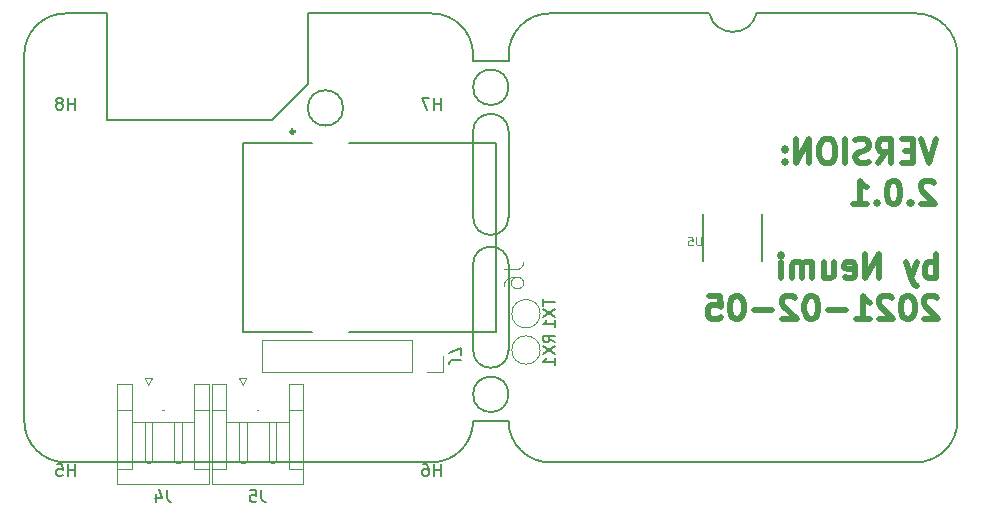
<source format=gbr>
%TF.GenerationSoftware,KiCad,Pcbnew,(5.1.8-0-10_14)*%
%TF.CreationDate,2021-02-08T17:53:51+01:00*%
%TF.ProjectId,ethersweep,65746865-7273-4776-9565-702e6b696361,rev?*%
%TF.SameCoordinates,Original*%
%TF.FileFunction,Legend,Bot*%
%TF.FilePolarity,Positive*%
%FSLAX46Y46*%
G04 Gerber Fmt 4.6, Leading zero omitted, Abs format (unit mm)*
G04 Created by KiCad (PCBNEW (5.1.8-0-10_14)) date 2021-02-08 17:53:51*
%MOMM*%
%LPD*%
G01*
G04 APERTURE LIST*
%TA.AperFunction,Profile*%
%ADD10C,0.150000*%
%TD*%
%ADD11C,0.500000*%
%ADD12C,0.120000*%
%ADD13C,0.127000*%
%ADD14C,0.300000*%
%ADD15C,0.150000*%
%ADD16C,0.015000*%
G04 APERTURE END LIST*
D10*
X163500000Y-98250000D02*
G75*
G02*
X160500000Y-98250000I-1500000J0D01*
G01*
X160500000Y-91000000D02*
G75*
G02*
X163500000Y-91000000I1500000J0D01*
G01*
X163500000Y-98250000D02*
X163500000Y-91000000D01*
X160500000Y-91000000D02*
X160500000Y-98250000D01*
X160500000Y-102250000D02*
G75*
G02*
X163500000Y-102250000I1500000J0D01*
G01*
X160500000Y-102250000D02*
X160500000Y-109500000D01*
X163500000Y-109500000D02*
X163500000Y-102250000D01*
X163500000Y-109500000D02*
G75*
G02*
X160500000Y-109500000I-1500000J0D01*
G01*
X163500000Y-87250000D02*
G75*
G03*
X163500000Y-87250000I-1500000J0D01*
G01*
X163500000Y-113250000D02*
G75*
G03*
X163500000Y-113250000I-1500000J0D01*
G01*
D11*
X199734523Y-91654761D02*
X199067857Y-93654761D01*
X198401190Y-91654761D01*
X197734523Y-92607142D02*
X197067857Y-92607142D01*
X196782142Y-93654761D02*
X197734523Y-93654761D01*
X197734523Y-91654761D01*
X196782142Y-91654761D01*
X194782142Y-93654761D02*
X195448809Y-92702380D01*
X195925000Y-93654761D02*
X195925000Y-91654761D01*
X195163095Y-91654761D01*
X194972619Y-91750000D01*
X194877380Y-91845238D01*
X194782142Y-92035714D01*
X194782142Y-92321428D01*
X194877380Y-92511904D01*
X194972619Y-92607142D01*
X195163095Y-92702380D01*
X195925000Y-92702380D01*
X194020238Y-93559523D02*
X193734523Y-93654761D01*
X193258333Y-93654761D01*
X193067857Y-93559523D01*
X192972619Y-93464285D01*
X192877380Y-93273809D01*
X192877380Y-93083333D01*
X192972619Y-92892857D01*
X193067857Y-92797619D01*
X193258333Y-92702380D01*
X193639285Y-92607142D01*
X193829761Y-92511904D01*
X193925000Y-92416666D01*
X194020238Y-92226190D01*
X194020238Y-92035714D01*
X193925000Y-91845238D01*
X193829761Y-91750000D01*
X193639285Y-91654761D01*
X193163095Y-91654761D01*
X192877380Y-91750000D01*
X192020238Y-93654761D02*
X192020238Y-91654761D01*
X190686904Y-91654761D02*
X190305952Y-91654761D01*
X190115476Y-91750000D01*
X189925000Y-91940476D01*
X189829761Y-92321428D01*
X189829761Y-92988095D01*
X189925000Y-93369047D01*
X190115476Y-93559523D01*
X190305952Y-93654761D01*
X190686904Y-93654761D01*
X190877380Y-93559523D01*
X191067857Y-93369047D01*
X191163095Y-92988095D01*
X191163095Y-92321428D01*
X191067857Y-91940476D01*
X190877380Y-91750000D01*
X190686904Y-91654761D01*
X188972619Y-93654761D02*
X188972619Y-91654761D01*
X187829761Y-93654761D01*
X187829761Y-91654761D01*
X186877380Y-93464285D02*
X186782142Y-93559523D01*
X186877380Y-93654761D01*
X186972619Y-93559523D01*
X186877380Y-93464285D01*
X186877380Y-93654761D01*
X186877380Y-92416666D02*
X186782142Y-92511904D01*
X186877380Y-92607142D01*
X186972619Y-92511904D01*
X186877380Y-92416666D01*
X186877380Y-92607142D01*
X199544047Y-95345238D02*
X199448809Y-95250000D01*
X199258333Y-95154761D01*
X198782142Y-95154761D01*
X198591666Y-95250000D01*
X198496428Y-95345238D01*
X198401190Y-95535714D01*
X198401190Y-95726190D01*
X198496428Y-96011904D01*
X199639285Y-97154761D01*
X198401190Y-97154761D01*
X197544047Y-96964285D02*
X197448809Y-97059523D01*
X197544047Y-97154761D01*
X197639285Y-97059523D01*
X197544047Y-96964285D01*
X197544047Y-97154761D01*
X196210714Y-95154761D02*
X196020238Y-95154761D01*
X195829761Y-95250000D01*
X195734523Y-95345238D01*
X195639285Y-95535714D01*
X195544047Y-95916666D01*
X195544047Y-96392857D01*
X195639285Y-96773809D01*
X195734523Y-96964285D01*
X195829761Y-97059523D01*
X196020238Y-97154761D01*
X196210714Y-97154761D01*
X196401190Y-97059523D01*
X196496428Y-96964285D01*
X196591666Y-96773809D01*
X196686904Y-96392857D01*
X196686904Y-95916666D01*
X196591666Y-95535714D01*
X196496428Y-95345238D01*
X196401190Y-95250000D01*
X196210714Y-95154761D01*
X194686904Y-96964285D02*
X194591666Y-97059523D01*
X194686904Y-97154761D01*
X194782142Y-97059523D01*
X194686904Y-96964285D01*
X194686904Y-97154761D01*
X192686904Y-97154761D02*
X193829761Y-97154761D01*
X193258333Y-97154761D02*
X193258333Y-95154761D01*
X193448809Y-95440476D01*
X193639285Y-95630952D01*
X193829761Y-95726190D01*
X199698809Y-103404761D02*
X199698809Y-101404761D01*
X199698809Y-102166666D02*
X199508333Y-102071428D01*
X199127380Y-102071428D01*
X198936904Y-102166666D01*
X198841666Y-102261904D01*
X198746428Y-102452380D01*
X198746428Y-103023809D01*
X198841666Y-103214285D01*
X198936904Y-103309523D01*
X199127380Y-103404761D01*
X199508333Y-103404761D01*
X199698809Y-103309523D01*
X198079761Y-102071428D02*
X197603571Y-103404761D01*
X197127380Y-102071428D02*
X197603571Y-103404761D01*
X197794047Y-103880952D01*
X197889285Y-103976190D01*
X198079761Y-104071428D01*
X194841666Y-103404761D02*
X194841666Y-101404761D01*
X193698809Y-103404761D01*
X193698809Y-101404761D01*
X191984523Y-103309523D02*
X192175000Y-103404761D01*
X192555952Y-103404761D01*
X192746428Y-103309523D01*
X192841666Y-103119047D01*
X192841666Y-102357142D01*
X192746428Y-102166666D01*
X192555952Y-102071428D01*
X192175000Y-102071428D01*
X191984523Y-102166666D01*
X191889285Y-102357142D01*
X191889285Y-102547619D01*
X192841666Y-102738095D01*
X190175000Y-102071428D02*
X190175000Y-103404761D01*
X191032142Y-102071428D02*
X191032142Y-103119047D01*
X190936904Y-103309523D01*
X190746428Y-103404761D01*
X190460714Y-103404761D01*
X190270238Y-103309523D01*
X190175000Y-103214285D01*
X189222619Y-103404761D02*
X189222619Y-102071428D01*
X189222619Y-102261904D02*
X189127380Y-102166666D01*
X188936904Y-102071428D01*
X188651190Y-102071428D01*
X188460714Y-102166666D01*
X188365476Y-102357142D01*
X188365476Y-103404761D01*
X188365476Y-102357142D02*
X188270238Y-102166666D01*
X188079761Y-102071428D01*
X187794047Y-102071428D01*
X187603571Y-102166666D01*
X187508333Y-102357142D01*
X187508333Y-103404761D01*
X186555952Y-103404761D02*
X186555952Y-102071428D01*
X186555952Y-101404761D02*
X186651190Y-101500000D01*
X186555952Y-101595238D01*
X186460714Y-101500000D01*
X186555952Y-101404761D01*
X186555952Y-101595238D01*
X199794047Y-105095238D02*
X199698809Y-105000000D01*
X199508333Y-104904761D01*
X199032142Y-104904761D01*
X198841666Y-105000000D01*
X198746428Y-105095238D01*
X198651190Y-105285714D01*
X198651190Y-105476190D01*
X198746428Y-105761904D01*
X199889285Y-106904761D01*
X198651190Y-106904761D01*
X197413095Y-104904761D02*
X197222619Y-104904761D01*
X197032142Y-105000000D01*
X196936904Y-105095238D01*
X196841666Y-105285714D01*
X196746428Y-105666666D01*
X196746428Y-106142857D01*
X196841666Y-106523809D01*
X196936904Y-106714285D01*
X197032142Y-106809523D01*
X197222619Y-106904761D01*
X197413095Y-106904761D01*
X197603571Y-106809523D01*
X197698809Y-106714285D01*
X197794047Y-106523809D01*
X197889285Y-106142857D01*
X197889285Y-105666666D01*
X197794047Y-105285714D01*
X197698809Y-105095238D01*
X197603571Y-105000000D01*
X197413095Y-104904761D01*
X195984523Y-105095238D02*
X195889285Y-105000000D01*
X195698809Y-104904761D01*
X195222619Y-104904761D01*
X195032142Y-105000000D01*
X194936904Y-105095238D01*
X194841666Y-105285714D01*
X194841666Y-105476190D01*
X194936904Y-105761904D01*
X196079761Y-106904761D01*
X194841666Y-106904761D01*
X192936904Y-106904761D02*
X194079761Y-106904761D01*
X193508333Y-106904761D02*
X193508333Y-104904761D01*
X193698809Y-105190476D01*
X193889285Y-105380952D01*
X194079761Y-105476190D01*
X192079761Y-106142857D02*
X190555952Y-106142857D01*
X189222619Y-104904761D02*
X189032142Y-104904761D01*
X188841666Y-105000000D01*
X188746428Y-105095238D01*
X188651190Y-105285714D01*
X188555952Y-105666666D01*
X188555952Y-106142857D01*
X188651190Y-106523809D01*
X188746428Y-106714285D01*
X188841666Y-106809523D01*
X189032142Y-106904761D01*
X189222619Y-106904761D01*
X189413095Y-106809523D01*
X189508333Y-106714285D01*
X189603571Y-106523809D01*
X189698809Y-106142857D01*
X189698809Y-105666666D01*
X189603571Y-105285714D01*
X189508333Y-105095238D01*
X189413095Y-105000000D01*
X189222619Y-104904761D01*
X187794047Y-105095238D02*
X187698809Y-105000000D01*
X187508333Y-104904761D01*
X187032142Y-104904761D01*
X186841666Y-105000000D01*
X186746428Y-105095238D01*
X186651190Y-105285714D01*
X186651190Y-105476190D01*
X186746428Y-105761904D01*
X187889285Y-106904761D01*
X186651190Y-106904761D01*
X185794047Y-106142857D02*
X184270238Y-106142857D01*
X182936904Y-104904761D02*
X182746428Y-104904761D01*
X182555952Y-105000000D01*
X182460714Y-105095238D01*
X182365476Y-105285714D01*
X182270238Y-105666666D01*
X182270238Y-106142857D01*
X182365476Y-106523809D01*
X182460714Y-106714285D01*
X182555952Y-106809523D01*
X182746428Y-106904761D01*
X182936904Y-106904761D01*
X183127380Y-106809523D01*
X183222619Y-106714285D01*
X183317857Y-106523809D01*
X183413095Y-106142857D01*
X183413095Y-105666666D01*
X183317857Y-105285714D01*
X183222619Y-105095238D01*
X183127380Y-105000000D01*
X182936904Y-104904761D01*
X180460714Y-104904761D02*
X181413095Y-104904761D01*
X181508333Y-105857142D01*
X181413095Y-105761904D01*
X181222619Y-105666666D01*
X180746428Y-105666666D01*
X180555952Y-105761904D01*
X180460714Y-105857142D01*
X180365476Y-106047619D01*
X180365476Y-106523809D01*
X180460714Y-106714285D01*
X180555952Y-106809523D01*
X180746428Y-106904761D01*
X181222619Y-106904761D01*
X181413095Y-106809523D01*
X181508333Y-106714285D01*
D10*
X160500000Y-84500000D02*
X160500000Y-85000000D01*
X163500000Y-84500000D02*
X163500000Y-85000000D01*
X160500000Y-115500000D02*
X163500000Y-115500000D01*
X163500000Y-85000000D02*
X160500000Y-85000000D01*
X149500000Y-89000000D02*
G75*
G03*
X149500000Y-89000000I-1500000J0D01*
G01*
X129500000Y-90000000D02*
X129500000Y-81000000D01*
X126000000Y-81000000D02*
X129500000Y-81000000D01*
X126000000Y-81000000D02*
G75*
G03*
X122500000Y-84500000I0J-3500000D01*
G01*
X146500000Y-81000000D02*
X157000000Y-81000000D01*
X143500000Y-90000000D02*
X129500000Y-90000000D01*
X146500000Y-87000000D02*
X143500000Y-90000000D01*
X146500000Y-81000000D02*
X146500000Y-87000000D01*
X180500000Y-81000000D02*
X167000000Y-81000000D01*
X184500000Y-81000000D02*
X198000000Y-81000000D01*
X184500000Y-81000000D02*
G75*
G02*
X180500000Y-81000000I-2000000J500000D01*
G01*
X163500000Y-84500000D02*
G75*
G02*
X167000000Y-81000000I3500000J0D01*
G01*
X201500000Y-115500000D02*
G75*
G02*
X198000000Y-119000000I-3500000J0D01*
G01*
X167000000Y-119000000D02*
G75*
G02*
X163500000Y-115500000I0J3500000D01*
G01*
X167000000Y-119000000D02*
X198000000Y-119000000D01*
X198000000Y-81000000D02*
G75*
G02*
X201500000Y-84500000I0J-3500000D01*
G01*
X201500000Y-115500000D02*
X201500000Y-84500000D01*
X122500000Y-115500000D02*
X122500000Y-84500000D01*
X160500000Y-84500000D02*
G75*
G03*
X157000000Y-81000000I-3500000J0D01*
G01*
X157000000Y-119000000D02*
G75*
G03*
X160500000Y-115500000I0J3500000D01*
G01*
X122500000Y-115500000D02*
G75*
G03*
X126000000Y-119000000I3500000J0D01*
G01*
X157000000Y-119000000D02*
X126000000Y-119000000D01*
D12*
X131610000Y-114590000D02*
X131610000Y-112390000D01*
X131610000Y-112390000D02*
X130390000Y-112390000D01*
X130390000Y-112390000D02*
X130390000Y-120810000D01*
X130390000Y-120810000D02*
X138110000Y-120810000D01*
X138110000Y-120810000D02*
X138110000Y-112390000D01*
X138110000Y-112390000D02*
X136890000Y-112390000D01*
X136890000Y-112390000D02*
X136890000Y-114590000D01*
X130390000Y-119590000D02*
X131610000Y-119590000D01*
X131610000Y-119590000D02*
X131610000Y-114590000D01*
X131610000Y-114590000D02*
X130390000Y-114590000D01*
X138110000Y-119590000D02*
X136890000Y-119590000D01*
X136890000Y-119590000D02*
X136890000Y-114590000D01*
X136890000Y-114590000D02*
X138110000Y-114590000D01*
X131610000Y-115590000D02*
X136890000Y-115590000D01*
X133000000Y-115590000D02*
X132680000Y-115590000D01*
X132680000Y-115590000D02*
X132680000Y-119010000D01*
X132680000Y-119010000D02*
X133000000Y-119090000D01*
X133000000Y-119090000D02*
X133320000Y-119010000D01*
X133320000Y-119010000D02*
X133320000Y-115590000D01*
X133320000Y-115590000D02*
X133000000Y-115590000D01*
X134170000Y-114590000D02*
X134330000Y-114590000D01*
X135500000Y-115590000D02*
X135180000Y-115590000D01*
X135180000Y-115590000D02*
X135180000Y-119010000D01*
X135180000Y-119010000D02*
X135500000Y-119090000D01*
X135500000Y-119090000D02*
X135820000Y-119010000D01*
X135820000Y-119010000D02*
X135820000Y-115590000D01*
X135820000Y-115590000D02*
X135500000Y-115590000D01*
X133000000Y-112500000D02*
X132700000Y-111900000D01*
X132700000Y-111900000D02*
X133300000Y-111900000D01*
X133300000Y-111900000D02*
X133000000Y-112500000D01*
X141300000Y-111900000D02*
X141000000Y-112500000D01*
X140700000Y-111900000D02*
X141300000Y-111900000D01*
X141000000Y-112500000D02*
X140700000Y-111900000D01*
X143820000Y-115590000D02*
X143500000Y-115590000D01*
X143820000Y-119010000D02*
X143820000Y-115590000D01*
X143500000Y-119090000D02*
X143820000Y-119010000D01*
X143180000Y-119010000D02*
X143500000Y-119090000D01*
X143180000Y-115590000D02*
X143180000Y-119010000D01*
X143500000Y-115590000D02*
X143180000Y-115590000D01*
X142170000Y-114590000D02*
X142330000Y-114590000D01*
X141320000Y-115590000D02*
X141000000Y-115590000D01*
X141320000Y-119010000D02*
X141320000Y-115590000D01*
X141000000Y-119090000D02*
X141320000Y-119010000D01*
X140680000Y-119010000D02*
X141000000Y-119090000D01*
X140680000Y-115590000D02*
X140680000Y-119010000D01*
X141000000Y-115590000D02*
X140680000Y-115590000D01*
X139610000Y-115590000D02*
X144890000Y-115590000D01*
X144890000Y-114590000D02*
X146110000Y-114590000D01*
X144890000Y-119590000D02*
X144890000Y-114590000D01*
X146110000Y-119590000D02*
X144890000Y-119590000D01*
X139610000Y-114590000D02*
X138390000Y-114590000D01*
X139610000Y-119590000D02*
X139610000Y-114590000D01*
X138390000Y-119590000D02*
X139610000Y-119590000D01*
X144890000Y-112390000D02*
X144890000Y-114590000D01*
X146110000Y-112390000D02*
X144890000Y-112390000D01*
X146110000Y-120810000D02*
X146110000Y-112390000D01*
X138390000Y-120810000D02*
X146110000Y-120810000D01*
X138390000Y-112390000D02*
X138390000Y-120810000D01*
X139610000Y-112390000D02*
X138390000Y-112390000D01*
X139610000Y-114590000D02*
X139610000Y-112390000D01*
D13*
X141020000Y-92000000D02*
X141020000Y-108000000D01*
X162420000Y-92000000D02*
X162420000Y-108000000D01*
X162420000Y-108000000D02*
X150000000Y-108000000D01*
X146900000Y-108000000D02*
X141020000Y-108000000D01*
X162420000Y-92000000D02*
X150000000Y-92000000D01*
X146900000Y-92000000D02*
X141020000Y-92000000D01*
D14*
X145350000Y-91000000D02*
G75*
G03*
X145350000Y-91000000I-150000J0D01*
G01*
D13*
X185000000Y-102000000D02*
X185000000Y-98000000D01*
X180000000Y-98000000D02*
X180000000Y-102000000D01*
D12*
X166174999Y-109500000D02*
G75*
G03*
X166174999Y-109500000I-1200000J0D01*
G01*
X166174999Y-106424999D02*
G75*
G03*
X166174999Y-106424999I-1200000J0D01*
G01*
X142590000Y-111330000D02*
X142590000Y-108670000D01*
X155350000Y-111330000D02*
X142590000Y-111330000D01*
X155350000Y-108670000D02*
X142590000Y-108670000D01*
X155350000Y-111330000D02*
X155350000Y-108670000D01*
X156620000Y-111330000D02*
X157950000Y-111330000D01*
X157950000Y-111330000D02*
X157950000Y-110000000D01*
D15*
X134583333Y-121352380D02*
X134583333Y-122066666D01*
X134630952Y-122209523D01*
X134726190Y-122304761D01*
X134869047Y-122352380D01*
X134964285Y-122352380D01*
X133678571Y-121685714D02*
X133678571Y-122352380D01*
X133916666Y-121304761D02*
X134154761Y-122019047D01*
X133535714Y-122019047D01*
X142583333Y-121352380D02*
X142583333Y-122066666D01*
X142630952Y-122209523D01*
X142726190Y-122304761D01*
X142869047Y-122352380D01*
X142964285Y-122352380D01*
X141630952Y-121352380D02*
X142107142Y-121352380D01*
X142154761Y-121828571D01*
X142107142Y-121780952D01*
X142011904Y-121733333D01*
X141773809Y-121733333D01*
X141678571Y-121780952D01*
X141630952Y-121828571D01*
X141583333Y-121923809D01*
X141583333Y-122161904D01*
X141630952Y-122257142D01*
X141678571Y-122304761D01*
X141773809Y-122352380D01*
X142011904Y-122352380D01*
X142107142Y-122304761D01*
X142154761Y-122257142D01*
D16*
X163122378Y-102652265D02*
X164270702Y-102652265D01*
X164500367Y-102575710D01*
X164653477Y-102422600D01*
X164730032Y-102192935D01*
X164730032Y-102039825D01*
X163122378Y-104106809D02*
X163122378Y-103800589D01*
X163198933Y-103647479D01*
X163275487Y-103570924D01*
X163505152Y-103417814D01*
X163811372Y-103341259D01*
X164423812Y-103341259D01*
X164576922Y-103417814D01*
X164653477Y-103494369D01*
X164730032Y-103647479D01*
X164730032Y-103953699D01*
X164653477Y-104106809D01*
X164576922Y-104183364D01*
X164423812Y-104259919D01*
X164041037Y-104259919D01*
X163887927Y-104183364D01*
X163811372Y-104106809D01*
X163734817Y-103953699D01*
X163734817Y-103647479D01*
X163811372Y-103494369D01*
X163887927Y-103417814D01*
X164041037Y-103341259D01*
X179794833Y-99934166D02*
X179794833Y-100500833D01*
X179761500Y-100567500D01*
X179728166Y-100600833D01*
X179661500Y-100634166D01*
X179528166Y-100634166D01*
X179461500Y-100600833D01*
X179428166Y-100567500D01*
X179394833Y-100500833D01*
X179394833Y-99934166D01*
X178728166Y-99934166D02*
X179061500Y-99934166D01*
X179094833Y-100267500D01*
X179061500Y-100234166D01*
X178994833Y-100200833D01*
X178828166Y-100200833D01*
X178761500Y-100234166D01*
X178728166Y-100267500D01*
X178694833Y-100334166D01*
X178694833Y-100500833D01*
X178728166Y-100567500D01*
X178761500Y-100600833D01*
X178828166Y-100634166D01*
X178994833Y-100634166D01*
X179061500Y-100600833D01*
X179094833Y-100567500D01*
D15*
X126761904Y-120152380D02*
X126761904Y-119152380D01*
X126761904Y-119628571D02*
X126190476Y-119628571D01*
X126190476Y-120152380D02*
X126190476Y-119152380D01*
X125238095Y-119152380D02*
X125714285Y-119152380D01*
X125761904Y-119628571D01*
X125714285Y-119580952D01*
X125619047Y-119533333D01*
X125380952Y-119533333D01*
X125285714Y-119580952D01*
X125238095Y-119628571D01*
X125190476Y-119723809D01*
X125190476Y-119961904D01*
X125238095Y-120057142D01*
X125285714Y-120104761D01*
X125380952Y-120152380D01*
X125619047Y-120152380D01*
X125714285Y-120104761D01*
X125761904Y-120057142D01*
X157761904Y-120152380D02*
X157761904Y-119152380D01*
X157761904Y-119628571D02*
X157190476Y-119628571D01*
X157190476Y-120152380D02*
X157190476Y-119152380D01*
X156285714Y-119152380D02*
X156476190Y-119152380D01*
X156571428Y-119200000D01*
X156619047Y-119247619D01*
X156714285Y-119390476D01*
X156761904Y-119580952D01*
X156761904Y-119961904D01*
X156714285Y-120057142D01*
X156666666Y-120104761D01*
X156571428Y-120152380D01*
X156380952Y-120152380D01*
X156285714Y-120104761D01*
X156238095Y-120057142D01*
X156190476Y-119961904D01*
X156190476Y-119723809D01*
X156238095Y-119628571D01*
X156285714Y-119580952D01*
X156380952Y-119533333D01*
X156571428Y-119533333D01*
X156666666Y-119580952D01*
X156714285Y-119628571D01*
X156761904Y-119723809D01*
X157761904Y-89152380D02*
X157761904Y-88152380D01*
X157761904Y-88628571D02*
X157190476Y-88628571D01*
X157190476Y-89152380D02*
X157190476Y-88152380D01*
X156809523Y-88152380D02*
X156142857Y-88152380D01*
X156571428Y-89152380D01*
X126761904Y-89152380D02*
X126761904Y-88152380D01*
X126761904Y-88628571D02*
X126190476Y-88628571D01*
X126190476Y-89152380D02*
X126190476Y-88152380D01*
X125571428Y-88580952D02*
X125666666Y-88533333D01*
X125714285Y-88485714D01*
X125761904Y-88390476D01*
X125761904Y-88342857D01*
X125714285Y-88247619D01*
X125666666Y-88200000D01*
X125571428Y-88152380D01*
X125380952Y-88152380D01*
X125285714Y-88200000D01*
X125238095Y-88247619D01*
X125190476Y-88342857D01*
X125190476Y-88390476D01*
X125238095Y-88485714D01*
X125285714Y-88533333D01*
X125380952Y-88580952D01*
X125571428Y-88580952D01*
X125666666Y-88628571D01*
X125714285Y-88676190D01*
X125761904Y-88771428D01*
X125761904Y-88961904D01*
X125714285Y-89057142D01*
X125666666Y-89104761D01*
X125571428Y-89152380D01*
X125380952Y-89152380D01*
X125285714Y-89104761D01*
X125238095Y-89057142D01*
X125190476Y-88961904D01*
X125190476Y-88771428D01*
X125238095Y-88676190D01*
X125285714Y-88628571D01*
X125380952Y-88580952D01*
X167425379Y-108857142D02*
X166949189Y-108523809D01*
X167425379Y-108285714D02*
X166425379Y-108285714D01*
X166425379Y-108666666D01*
X166472999Y-108761904D01*
X166520618Y-108809523D01*
X166615856Y-108857142D01*
X166758713Y-108857142D01*
X166853951Y-108809523D01*
X166901570Y-108761904D01*
X166949189Y-108666666D01*
X166949189Y-108285714D01*
X166425379Y-109190476D02*
X167425379Y-109857142D01*
X166425379Y-109857142D02*
X167425379Y-109190476D01*
X167425379Y-110761904D02*
X167425379Y-110190476D01*
X167425379Y-110476190D02*
X166425379Y-110476190D01*
X166568237Y-110380952D01*
X166663475Y-110285714D01*
X166711094Y-110190476D01*
X166425379Y-105186903D02*
X166425379Y-105758332D01*
X167425379Y-105472618D02*
X166425379Y-105472618D01*
X166425379Y-105996427D02*
X167425379Y-106663094D01*
X166425379Y-106663094D02*
X167425379Y-105996427D01*
X167425379Y-107567856D02*
X167425379Y-106996427D01*
X167425379Y-107282141D02*
X166425379Y-107282141D01*
X166568237Y-107186903D01*
X166663475Y-107091665D01*
X166711094Y-106996427D01*
X159497619Y-110333333D02*
X158783333Y-110333333D01*
X158640476Y-110380952D01*
X158545238Y-110476190D01*
X158497619Y-110619047D01*
X158497619Y-110714285D01*
X159497619Y-109952380D02*
X159497619Y-109285714D01*
X158497619Y-109714285D01*
M02*

</source>
